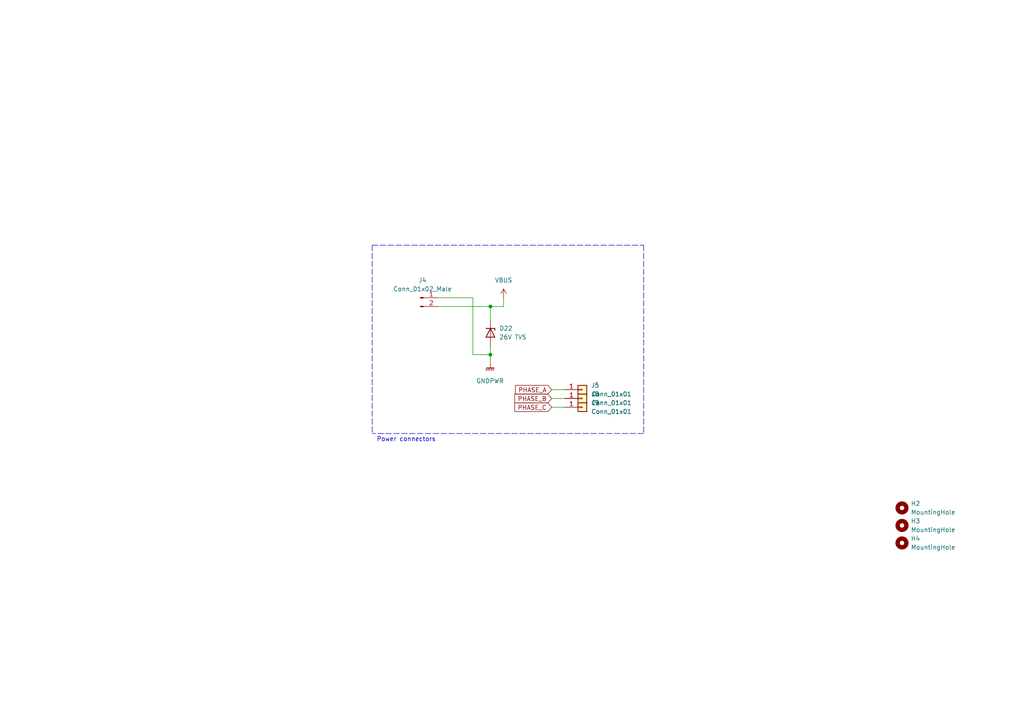
<source format=kicad_sch>
(kicad_sch (version 20211123) (generator eeschema)
  (paper "A4")
  (lib_symbols
    (symbol "Connector:Conn_01x02_Male" (pin_names (offset 1.016) hide)
      (property "Reference" "J" (at 0 2.54 0))
      (property "Value" "Conn_01x02_Male" (at 0 -5.08 0))
      (symbol "Conn_01x02_Male_1_1"
        (polyline (pts (xy 1.27 -2.54) (xy 0.8636 -2.54)) (stroke (width 0.1524)))
        (polyline (pts (xy 1.27 0) (xy 0.8636 0)) (stroke (width 0.1524)))
        (rectangle (start 0.8636 -2.413) (end 0 -2.667) (stroke (width 0.1524)) (fill (type outline)))
        (rectangle (start 0.8636 0.127) (end 0 -0.127) (stroke (width 0.1524)) (fill (type outline)))
        (pin passive line (at 5.08 0 180) (length 3.81) (name "Pin_1") (number "1"))
        (pin passive line (at 5.08 -2.54 180) (length 3.81) (name "Pin_2") (number "2"))
      )
    )
    (symbol "Connector_Generic:Conn_01x01" (pin_names (offset 1.016) hide)
      (property "Reference" "J" (at 0 2.54 0))
      (property "Value" "Conn_01x01" (at 0 -2.54 0))
      (symbol "Conn_01x01_1_1"
        (rectangle (start -1.27 0.127) (end 0 -0.127) (stroke (width 0.1524)))
        (rectangle (start -1.27 1.27) (end 1.27 -1.27) (stroke (width 0.254)) (fill (type background)))
        (pin passive line (at -5.08 0 0) (length 3.81) (name "Pin_1") (number "1"))
      )
    )
    (symbol "Device:D_Zener" (pin_numbers hide) (pin_names (offset 1.016) hide)
      (property "Reference" "D" (at 0 2.54 0))
      (property "Value" "D_Zener" (at 0 -2.54 0))
      (symbol "D_Zener_0_1"
        (polyline (pts (xy 1.27 0) (xy -1.27 0)))
        (polyline (pts (xy -1.27 -1.27) (xy -1.27 1.27) (xy -0.762 1.27)) (stroke (width 0.254)))
        (polyline (pts (xy 1.27 -1.27) (xy 1.27 1.27) (xy -1.27 0) (xy 1.27 -1.27)) (stroke (width 0.254)))
      )
      (symbol "D_Zener_1_1"
        (pin passive line (at -3.81 0 0) (length 2.54) (name "K") (number "1"))
        (pin passive line (at 3.81 0 180) (length 2.54) (name "A") (number "2"))
      )
    )
    (symbol "Mechanical:MountingHole" (pin_names (offset 1.016))
      (property "Reference" "H" (at 0 5.08 0))
      (property "Value" "MountingHole" (at 0 3.175 0))
      (symbol "MountingHole_0_1"
        (circle (center 0 0) (radius 1.27) (stroke (width 1.27)))
      )
    )
    (symbol "power:GNDPWR" (power) (pin_names (offset 0))
      (property "Value" "GNDPWR" (at 0 -3.302 0))
      (symbol "GNDPWR_0_1"
        (polyline (pts (xy 0 -1.27) (xy 0 0)))
        (polyline (pts (xy -1.016 -1.27) (xy -1.27 -2.032) (xy -1.27 -2.032)) (stroke (width 0.2032)))
        (polyline (pts (xy -0.508 -1.27) (xy -0.762 -2.032) (xy -0.762 -2.032)) (stroke (width 0.2032)))
        (polyline (pts (xy 0 -1.27) (xy -0.254 -2.032) (xy -0.254 -2.032)) (stroke (width 0.2032)))
        (polyline (pts (xy 0.508 -1.27) (xy 0.254 -2.032) (xy 0.254 -2.032)) (stroke (width 0.2032)))
        (polyline (pts (xy 1.016 -1.27) (xy -1.016 -1.27) (xy -1.016 -1.27)) (stroke (width 0.2032)))
        (polyline (pts (xy 1.016 -1.27) (xy 0.762 -2.032) (xy 0.762 -2.032) (xy 0.762 -2.032)) (stroke (width 0.2032)))
      )
      (symbol "GNDPWR_1_1"
        (pin power_in line (at 0 0 270) (length 0) hide (name "GNDPWR") (number "1"))
      )
    )
    (symbol "power:VBUS" (power) (pin_names (offset 0))
      (property "Value" "VBUS" (at 0 3.81 0))
      (symbol "VBUS_0_1"
        (polyline (pts (xy -0.762 1.27) (xy 0 2.54)))
        (polyline (pts (xy 0 0) (xy 0 2.54)))
        (polyline (pts (xy 0 2.54) (xy 0.762 1.27)))
      )
      (symbol "VBUS_1_1"
        (pin power_in line (at 0 0 90) (length 0) hide (name "VBUS") (number "1"))
      )
    )
  )
  (junction (at 142.24 88.9))
  (junction (at 142.24 102.87))
  (wire (pts (xy 142.24 102.87) (xy 142.24 100.33)))
  (polyline (pts (xy 107.95 71.12) (xy 107.95 125.73)))
  (polyline (pts (xy 186.69 71.12) (xy 186.69 125.73)))
  (wire (pts (xy 127 86.36) (xy 137.16 86.36)))
  (wire (pts (xy 137.16 86.36) (xy 137.16 102.87)))
  (wire (pts (xy 160.02 115.57) (xy 163.83 115.57)))
  (wire (pts (xy 160.02 118.11) (xy 163.83 118.11)))
  (wire (pts (xy 142.24 92.71) (xy 142.24 88.9)))
  (polyline (pts (xy 107.95 71.12) (xy 186.69 71.12)))
  (wire (pts (xy 142.24 88.9) (xy 127 88.9)))
  (wire (pts (xy 160.02 113.03) (xy 163.83 113.03)))
  (wire (pts (xy 137.16 102.87) (xy 142.24 102.87)))
  (wire (pts (xy 142.24 105.41) (xy 142.24 102.87)))
  (wire (pts (xy 142.24 88.9) (xy 146.05 88.9)))
  (wire (pts (xy 146.05 86.36) (xy 146.05 88.9)))
  (polyline (pts (xy 186.69 125.73) (xy 107.95 125.73)))
  (text "Power connectors" (at 109.22 128.27 0) (effects (font (size 1.27 1.27)) (justify left bottom)))
  (global_label "PHASE_C" (shape input) (at 160.02 118.11 180) (property "Intersheet References" "${INTERSHEET_REFS}" (effects hide)))
  (global_label "PHASE_B" (shape input) (at 160.02 115.57 180) (property "Intersheet References" "${INTERSHEET_REFS}" (effects hide)))
  (global_label "PHASE_A" (shape input) (at 160.02 113.03 180) (property "Intersheet References" "${INTERSHEET_REFS}" (effects hide)))
  (symbol (lib_id "Connector_Generic:Conn_01x01") (at 168.91 115.57 0) (unit 1)
    (property "Reference" "J8" (at 171.45 114.2999 0) (effects (justify left)))
    (property "Value" "Conn_01x01" (at 171.45 116.8399 0) (effects (justify left)))
    (property "Footprint" "Connector_PinHeader_2.54mm:PinHeader_1x01_P2.54mm_Vertical" (effects hide))
  )
  (symbol (lib_id "power:VBUS") (at 146.05 86.36 0) (unit 1)
    (property "Reference" "#PWR074" (effects hide))
    (property "Value" "VBUS" (at 146.05 81.28 0))
  )
  (symbol (lib_id "Mechanical:MountingHole") (at 261.62 152.4 0) (unit 1)
    (property "Reference" "H3" (at 264.16 151.1299 0) (effects (justify left)))
    (property "Value" "MountingHole" (at 264.16 153.6699 0) (effects (justify left)))
    (property "Footprint" "MountingHole:MountingHole_3.2mm_M3" (effects hide))
  )
  (symbol (lib_id "Mechanical:MountingHole") (at 261.62 147.32 0) (unit 1)
    (property "Reference" "H2" (at 264.16 146.0499 0) (effects (justify left)))
    (property "Value" "MountingHole" (at 264.16 148.5899 0) (effects (justify left)))
    (property "Footprint" "MountingHole:MountingHole_3.2mm_M3" (effects hide))
  )
  (symbol (lib_id "Device:D_Zener") (at 142.24 96.52 270) (unit 1)
    (property "Reference" "D22" (at 144.78 95.25 90) (effects (justify left)))
    (property "Value" "26V TVS" (at 144.78 97.79 90) (effects (justify left)))
    (property "Footprint" "Diode_SMD:D_SMB" (effects hide))
    (property "part_number" "SMBJ26A" (effects hide))
  )
  (symbol (lib_id "power:GNDPWR") (at 142.24 105.41 0) (unit 1)
    (property "Reference" "#PWR073" (effects hide))
    (property "Value" "GNDPWR" (at 142.113 110.49 0))
  )
  (symbol (lib_id "Connector_Generic:Conn_01x01") (at 168.91 113.03 0) (unit 1)
    (property "Reference" "J5" (at 171.45 111.7599 0) (effects (justify left)))
    (property "Value" "Conn_01x01" (at 171.45 114.2999 0) (effects (justify left)))
    (property "Footprint" "Connector_PinHeader_2.54mm:PinHeader_1x01_P2.54mm_Vertical" (effects hide))
  )
  (symbol (lib_id "Connector:Conn_01x02_Male") (at 121.92 86.36 0) (unit 1)
    (property "Reference" "J4" (at 122.555 81.28 0))
    (property "Value" "Conn_01x02_Male" (at 122.555 83.82 0))
    (property "Footprint" "Connector_AMASS:AMASS_XT60-M_1x02_P7.20mm_Vertical" (effects hide))
  )
  (symbol (lib_id "Mechanical:MountingHole") (at 261.62 157.48 0) (unit 1)
    (property "Reference" "H4" (at 264.16 156.2099 0) (effects (justify left)))
    (property "Value" "MountingHole" (at 264.16 158.7499 0) (effects (justify left)))
    (property "Footprint" "MountingHole:MountingHole_3.2mm_M3" (effects hide))
  )
  (symbol (lib_id "Connector_Generic:Conn_01x01") (at 168.91 118.11 0) (unit 1)
    (property "Reference" "J9" (at 171.45 116.8399 0) (effects (justify left)))
    (property "Value" "Conn_01x01" (at 171.45 119.3799 0) (effects (justify left)))
    (property "Footprint" "Connector_PinHeader_2.54mm:PinHeader_1x01_P2.54mm_Vertical" (effects hide))
  )
)
</source>
